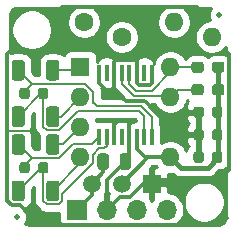
<source format=gtl>
G04 #@! TF.GenerationSoftware,KiCad,Pcbnew,(5.1.9-0-10_14)*
G04 #@! TF.CreationDate,2021-04-29T15:18:39+10:00*
G04 #@! TF.ProjectId,VR-Conditioner-MAX9926+reg,56522d43-6f6e-4646-9974-696f6e65722d,3.7*
G04 #@! TF.SameCoordinates,PX68c4118PY713e7a8*
G04 #@! TF.FileFunction,Copper,L1,Top*
G04 #@! TF.FilePolarity,Positive*
%FSLAX46Y46*%
G04 Gerber Fmt 4.6, Leading zero omitted, Abs format (unit mm)*
G04 Created by KiCad (PCBNEW (5.1.9-0-10_14)) date 2021-04-29 15:18:39*
%MOMM*%
%LPD*%
G01*
G04 APERTURE LIST*
G04 #@! TA.AperFunction,ComponentPad*
%ADD10O,1.700000X1.700000*%
G04 #@! TD*
G04 #@! TA.AperFunction,ComponentPad*
%ADD11R,1.700000X1.700000*%
G04 #@! TD*
G04 #@! TA.AperFunction,ComponentPad*
%ADD12R,1.500000X1.500000*%
G04 #@! TD*
G04 #@! TA.AperFunction,ComponentPad*
%ADD13C,1.500000*%
G04 #@! TD*
G04 #@! TA.AperFunction,ComponentPad*
%ADD14O,1.600000X1.600000*%
G04 #@! TD*
G04 #@! TA.AperFunction,ComponentPad*
%ADD15C,1.600000*%
G04 #@! TD*
G04 #@! TA.AperFunction,SMDPad,CuDef*
%ADD16R,0.354800X1.454899*%
G04 #@! TD*
G04 #@! TA.AperFunction,ComponentPad*
%ADD17R,1.600000X1.600000*%
G04 #@! TD*
G04 #@! TA.AperFunction,SMDPad,CuDef*
%ADD18C,0.500000*%
G04 #@! TD*
G04 #@! TA.AperFunction,ViaPad*
%ADD19C,0.600000*%
G04 #@! TD*
G04 #@! TA.AperFunction,Conductor*
%ADD20C,0.400000*%
G04 #@! TD*
G04 #@! TA.AperFunction,Conductor*
%ADD21C,0.300000*%
G04 #@! TD*
G04 #@! TA.AperFunction,Conductor*
%ADD22C,0.160000*%
G04 #@! TD*
G04 #@! TA.AperFunction,Conductor*
%ADD23C,0.200000*%
G04 #@! TD*
G04 #@! TA.AperFunction,Conductor*
%ADD24C,0.254000*%
G04 #@! TD*
G04 #@! TA.AperFunction,Conductor*
%ADD25C,0.100000*%
G04 #@! TD*
G04 APERTURE END LIST*
G04 #@! TO.P,C20,2*
G04 #@! TO.N,Net-(C20-Pad2)*
G04 #@! TA.AperFunction,SMDPad,CuDef*
G36*
G01*
X4920500Y8257250D02*
X4920500Y7744750D01*
G75*
G02*
X4701750Y7526000I-218750J0D01*
G01*
X4264250Y7526000D01*
G75*
G02*
X4045500Y7744750I0J218750D01*
G01*
X4045500Y8257250D01*
G75*
G02*
X4264250Y8476000I218750J0D01*
G01*
X4701750Y8476000D01*
G75*
G02*
X4920500Y8257250I0J-218750D01*
G01*
G37*
G04 #@! TD.AperFunction*
G04 #@! TO.P,C20,1*
G04 #@! TO.N,Net-(C20-Pad1)*
G04 #@! TA.AperFunction,SMDPad,CuDef*
G36*
G01*
X6495500Y8257250D02*
X6495500Y7744750D01*
G75*
G02*
X6276750Y7526000I-218750J0D01*
G01*
X5839250Y7526000D01*
G75*
G02*
X5620500Y7744750I0J218750D01*
G01*
X5620500Y8257250D01*
G75*
G02*
X5839250Y8476000I218750J0D01*
G01*
X6276750Y8476000D01*
G75*
G02*
X6495500Y8257250I0J-218750D01*
G01*
G37*
G04 #@! TD.AperFunction*
G04 #@! TD*
G04 #@! TO.P,C10,2*
G04 #@! TO.N,Net-(C10-Pad2)*
G04 #@! TA.AperFunction,SMDPad,CuDef*
G36*
G01*
X5620500Y14031250D02*
X5620500Y14543750D01*
G75*
G02*
X5839250Y14762500I218750J0D01*
G01*
X6276750Y14762500D01*
G75*
G02*
X6495500Y14543750I0J-218750D01*
G01*
X6495500Y14031250D01*
G75*
G02*
X6276750Y13812500I-218750J0D01*
G01*
X5839250Y13812500D01*
G75*
G02*
X5620500Y14031250I0J218750D01*
G01*
G37*
G04 #@! TD.AperFunction*
G04 #@! TO.P,C10,1*
G04 #@! TO.N,Net-(C10-Pad1)*
G04 #@! TA.AperFunction,SMDPad,CuDef*
G36*
G01*
X4045500Y14031250D02*
X4045500Y14543750D01*
G75*
G02*
X4264250Y14762500I218750J0D01*
G01*
X4701750Y14762500D01*
G75*
G02*
X4920500Y14543750I0J-218750D01*
G01*
X4920500Y14031250D01*
G75*
G02*
X4701750Y13812500I-218750J0D01*
G01*
X4264250Y13812500D01*
G75*
G02*
X4045500Y14031250I0J218750D01*
G01*
G37*
G04 #@! TD.AperFunction*
G04 #@! TD*
G04 #@! TO.P,C4,2*
G04 #@! TO.N,GND*
G04 #@! TA.AperFunction,SMDPad,CuDef*
G36*
G01*
X12515000Y8052750D02*
X12515000Y8965250D01*
G75*
G02*
X12758750Y9209000I243750J0D01*
G01*
X13246250Y9209000D01*
G75*
G02*
X13490000Y8965250I0J-243750D01*
G01*
X13490000Y8052750D01*
G75*
G02*
X13246250Y7809000I-243750J0D01*
G01*
X12758750Y7809000D01*
G75*
G02*
X12515000Y8052750I0J243750D01*
G01*
G37*
G04 #@! TD.AperFunction*
G04 #@! TO.P,C4,1*
G04 #@! TO.N,+12V*
G04 #@! TA.AperFunction,SMDPad,CuDef*
G36*
G01*
X10640000Y8052750D02*
X10640000Y8965250D01*
G75*
G02*
X10883750Y9209000I243750J0D01*
G01*
X11371250Y9209000D01*
G75*
G02*
X11615000Y8965250I0J-243750D01*
G01*
X11615000Y8052750D01*
G75*
G02*
X11371250Y7809000I-243750J0D01*
G01*
X10883750Y7809000D01*
G75*
G02*
X10640000Y8052750I0J243750D01*
G01*
G37*
G04 #@! TD.AperFunction*
G04 #@! TD*
G04 #@! TO.P,C3,2*
G04 #@! TO.N,GND*
G04 #@! TA.AperFunction,SMDPad,CuDef*
G36*
G01*
X19652500Y12956250D02*
X19652500Y12443750D01*
G75*
G02*
X19433750Y12225000I-218750J0D01*
G01*
X18996250Y12225000D01*
G75*
G02*
X18777500Y12443750I0J218750D01*
G01*
X18777500Y12956250D01*
G75*
G02*
X18996250Y13175000I218750J0D01*
G01*
X19433750Y13175000D01*
G75*
G02*
X19652500Y12956250I0J-218750D01*
G01*
G37*
G04 #@! TD.AperFunction*
G04 #@! TO.P,C3,1*
G04 #@! TO.N,VCC*
G04 #@! TA.AperFunction,SMDPad,CuDef*
G36*
G01*
X21227500Y12956250D02*
X21227500Y12443750D01*
G75*
G02*
X21008750Y12225000I-218750J0D01*
G01*
X20571250Y12225000D01*
G75*
G02*
X20352500Y12443750I0J218750D01*
G01*
X20352500Y12956250D01*
G75*
G02*
X20571250Y13175000I218750J0D01*
G01*
X21008750Y13175000D01*
G75*
G02*
X21227500Y12956250I0J-218750D01*
G01*
G37*
G04 #@! TD.AperFunction*
G04 #@! TD*
G04 #@! TO.P,C2,2*
G04 #@! TO.N,GND*
G04 #@! TA.AperFunction,SMDPad,CuDef*
G36*
G01*
X19652500Y11051250D02*
X19652500Y10538750D01*
G75*
G02*
X19433750Y10320000I-218750J0D01*
G01*
X18996250Y10320000D01*
G75*
G02*
X18777500Y10538750I0J218750D01*
G01*
X18777500Y11051250D01*
G75*
G02*
X18996250Y11270000I218750J0D01*
G01*
X19433750Y11270000D01*
G75*
G02*
X19652500Y11051250I0J-218750D01*
G01*
G37*
G04 #@! TD.AperFunction*
G04 #@! TO.P,C2,1*
G04 #@! TO.N,VCC*
G04 #@! TA.AperFunction,SMDPad,CuDef*
G36*
G01*
X21227500Y11051250D02*
X21227500Y10538750D01*
G75*
G02*
X21008750Y10320000I-218750J0D01*
G01*
X20571250Y10320000D01*
G75*
G02*
X20352500Y10538750I0J218750D01*
G01*
X20352500Y11051250D01*
G75*
G02*
X20571250Y11270000I218750J0D01*
G01*
X21008750Y11270000D01*
G75*
G02*
X21227500Y11051250I0J-218750D01*
G01*
G37*
G04 #@! TD.AperFunction*
G04 #@! TD*
G04 #@! TO.P,C1,2*
G04 #@! TO.N,GND*
G04 #@! TA.AperFunction,SMDPad,CuDef*
G36*
G01*
X19652500Y9146250D02*
X19652500Y8633750D01*
G75*
G02*
X19433750Y8415000I-218750J0D01*
G01*
X18996250Y8415000D01*
G75*
G02*
X18777500Y8633750I0J218750D01*
G01*
X18777500Y9146250D01*
G75*
G02*
X18996250Y9365000I218750J0D01*
G01*
X19433750Y9365000D01*
G75*
G02*
X19652500Y9146250I0J-218750D01*
G01*
G37*
G04 #@! TD.AperFunction*
G04 #@! TO.P,C1,1*
G04 #@! TO.N,VCC*
G04 #@! TA.AperFunction,SMDPad,CuDef*
G36*
G01*
X21227500Y9146250D02*
X21227500Y8633750D01*
G75*
G02*
X21008750Y8415000I-218750J0D01*
G01*
X20571250Y8415000D01*
G75*
G02*
X20352500Y8633750I0J218750D01*
G01*
X20352500Y9146250D01*
G75*
G02*
X20571250Y9365000I218750J0D01*
G01*
X21008750Y9365000D01*
G75*
G02*
X21227500Y9146250I0J-218750D01*
G01*
G37*
G04 #@! TD.AperFunction*
G04 #@! TD*
D10*
G04 #@! TO.P,J2,4*
G04 #@! TO.N,/COUT1*
X16510000Y4445000D03*
G04 #@! TO.P,J2,3*
G04 #@! TO.N,/COUT2*
X13970000Y4445000D03*
G04 #@! TO.P,J2,2*
G04 #@! TO.N,GND*
X11430000Y4445000D03*
D11*
G04 #@! TO.P,J2,1*
G04 #@! TO.N,+12V*
X8890000Y4445000D03*
G04 #@! TD*
D12*
G04 #@! TO.P,U2,1*
G04 #@! TO.N,GND*
X15240000Y6650000D03*
D13*
G04 #@! TO.P,U2,3*
G04 #@! TO.N,+12V*
X10160000Y6650000D03*
G04 #@! TO.P,U2,2*
G04 #@! TO.N,VCC*
X12700000Y6650000D03*
G04 #@! TD*
D14*
G04 #@! TO.P,R23,2*
G04 #@! TO.N,Net-(J1-Pad4)*
X20320000Y19050000D03*
D15*
G04 #@! TO.P,R23,1*
G04 #@! TO.N,Net-(J1-Pad3)*
X12700000Y19050000D03*
G04 #@! TD*
D14*
G04 #@! TO.P,R13,2*
G04 #@! TO.N,Net-(J1-Pad2)*
X17145000Y20320000D03*
D15*
G04 #@! TO.P,R13,1*
G04 #@! TO.N,Net-(J1-Pad1)*
X9525000Y20320000D03*
G04 #@! TD*
D16*
G04 #@! TO.P,U1,16*
G04 #@! TO.N,Net-(C10-Pad1)*
X15240000Y10613652D03*
G04 #@! TO.P,U1,15*
G04 #@! TO.N,Net-(C10-Pad2)*
X14605000Y10613652D03*
G04 #@! TO.P,U1,14*
G04 #@! TO.N,VCC*
X13970000Y10613652D03*
G04 #@! TO.P,U1,13*
G04 #@! TO.N,GND*
X13335000Y10613652D03*
G04 #@! TO.P,U1,12*
G04 #@! TO.N,Net-(U1-Pad12)*
X12700000Y10613652D03*
G04 #@! TO.P,U1,11*
G04 #@! TO.N,GND*
X12065000Y10613652D03*
G04 #@! TO.P,U1,10*
G04 #@! TO.N,Net-(C20-Pad1)*
X11430000Y10613652D03*
G04 #@! TO.P,U1,9*
G04 #@! TO.N,Net-(C20-Pad2)*
X10795000Y10613652D03*
G04 #@! TO.P,U1,8*
G04 #@! TO.N,GND*
X10795000Y16056348D03*
G04 #@! TO.P,U1,7*
G04 #@! TO.N,Net-(U1-Pad7)*
X11430000Y16056348D03*
G04 #@! TO.P,U1,6*
G04 #@! TO.N,GND*
X12065000Y16056348D03*
G04 #@! TO.P,U1,5*
G04 #@! TO.N,/COUT2*
X12700000Y16056348D03*
G04 #@! TO.P,U1,4*
G04 #@! TO.N,/COUT1*
X13335000Y16056348D03*
G04 #@! TO.P,U1,3*
G04 #@! TO.N,GND*
X13970000Y16056348D03*
G04 #@! TO.P,U1,2*
G04 #@! TO.N,Net-(U1-Pad2)*
X14605000Y16056348D03*
G04 #@! TO.P,U1,1*
G04 #@! TO.N,GND*
X15240000Y16056348D03*
G04 #@! TD*
G04 #@! TO.P,R20,2*
G04 #@! TO.N,/COUT2*
G04 #@! TA.AperFunction,SMDPad,CuDef*
G36*
G01*
X19652500Y14842500D02*
X19652500Y14367500D01*
G75*
G02*
X19415000Y14130000I-237500J0D01*
G01*
X18840000Y14130000D01*
G75*
G02*
X18602500Y14367500I0J237500D01*
G01*
X18602500Y14842500D01*
G75*
G02*
X18840000Y15080000I237500J0D01*
G01*
X19415000Y15080000D01*
G75*
G02*
X19652500Y14842500I0J-237500D01*
G01*
G37*
G04 #@! TD.AperFunction*
G04 #@! TO.P,R20,1*
G04 #@! TO.N,VCC*
G04 #@! TA.AperFunction,SMDPad,CuDef*
G36*
G01*
X21402500Y14842500D02*
X21402500Y14367500D01*
G75*
G02*
X21165000Y14130000I-237500J0D01*
G01*
X20590000Y14130000D01*
G75*
G02*
X20352500Y14367500I0J237500D01*
G01*
X20352500Y14842500D01*
G75*
G02*
X20590000Y15080000I237500J0D01*
G01*
X21165000Y15080000D01*
G75*
G02*
X21402500Y14842500I0J-237500D01*
G01*
G37*
G04 #@! TD.AperFunction*
G04 #@! TD*
G04 #@! TO.P,R10,2*
G04 #@! TO.N,/COUT1*
G04 #@! TA.AperFunction,SMDPad,CuDef*
G36*
G01*
X19652500Y16747500D02*
X19652500Y16272500D01*
G75*
G02*
X19415000Y16035000I-237500J0D01*
G01*
X18840000Y16035000D01*
G75*
G02*
X18602500Y16272500I0J237500D01*
G01*
X18602500Y16747500D01*
G75*
G02*
X18840000Y16985000I237500J0D01*
G01*
X19415000Y16985000D01*
G75*
G02*
X19652500Y16747500I0J-237500D01*
G01*
G37*
G04 #@! TD.AperFunction*
G04 #@! TO.P,R10,1*
G04 #@! TO.N,VCC*
G04 #@! TA.AperFunction,SMDPad,CuDef*
G36*
G01*
X21402500Y16747500D02*
X21402500Y16272500D01*
G75*
G02*
X21165000Y16035000I-237500J0D01*
G01*
X20590000Y16035000D01*
G75*
G02*
X20352500Y16272500I0J237500D01*
G01*
X20352500Y16747500D01*
G75*
G02*
X20590000Y16985000I237500J0D01*
G01*
X21165000Y16985000D01*
G75*
G02*
X21402500Y16747500I0J-237500D01*
G01*
G37*
G04 #@! TD.AperFunction*
G04 #@! TD*
D14*
G04 #@! TO.P,J1,8*
G04 #@! TO.N,/COUT1*
X16827500Y16510000D03*
G04 #@! TO.P,J1,4*
G04 #@! TO.N,Net-(J1-Pad4)*
X9207500Y8890000D03*
G04 #@! TO.P,J1,7*
G04 #@! TO.N,/COUT2*
X16827500Y13970000D03*
G04 #@! TO.P,J1,3*
G04 #@! TO.N,Net-(J1-Pad3)*
X9207500Y11430000D03*
G04 #@! TO.P,J1,6*
G04 #@! TO.N,GND*
X16827500Y11430000D03*
G04 #@! TO.P,J1,2*
G04 #@! TO.N,Net-(J1-Pad2)*
X9207500Y13970000D03*
G04 #@! TO.P,J1,5*
G04 #@! TO.N,VCC*
X16827500Y8890000D03*
D17*
G04 #@! TO.P,J1,1*
G04 #@! TO.N,Net-(J1-Pad1)*
X9207500Y16510000D03*
G04 #@! TD*
D18*
G04 #@! TO.P,FID2,*
G04 #@! TO.N,*
X20955000Y20955000D03*
G04 #@! TD*
G04 #@! TO.P,FID1,*
G04 #@! TO.N,*
X3810000Y3810000D03*
G04 #@! TD*
G04 #@! TO.P,R1,2*
G04 #@! TO.N,Net-(J1-Pad2)*
G04 #@! TA.AperFunction,SMDPad,CuDef*
G36*
G01*
X6297500Y11693999D02*
X6297500Y12944001D01*
G75*
G02*
X6547499Y13194000I249999J0D01*
G01*
X7172501Y13194000D01*
G75*
G02*
X7422500Y12944001I0J-249999D01*
G01*
X7422500Y11693999D01*
G75*
G02*
X7172501Y11444000I-249999J0D01*
G01*
X6547499Y11444000D01*
G75*
G02*
X6297500Y11693999I0J249999D01*
G01*
G37*
G04 #@! TD.AperFunction*
G04 #@! TO.P,R1,1*
G04 #@! TO.N,Net-(C10-Pad2)*
G04 #@! TA.AperFunction,SMDPad,CuDef*
G36*
G01*
X3372500Y11693999D02*
X3372500Y12944001D01*
G75*
G02*
X3622499Y13194000I249999J0D01*
G01*
X4247501Y13194000D01*
G75*
G02*
X4497500Y12944001I0J-249999D01*
G01*
X4497500Y11693999D01*
G75*
G02*
X4247501Y11444000I-249999J0D01*
G01*
X3622499Y11444000D01*
G75*
G02*
X3372500Y11693999I0J249999D01*
G01*
G37*
G04 #@! TD.AperFunction*
G04 #@! TD*
G04 #@! TO.P,R2,1*
G04 #@! TO.N,Net-(C20-Pad1)*
G04 #@! TA.AperFunction,SMDPad,CuDef*
G36*
G01*
X3372500Y5407499D02*
X3372500Y6657501D01*
G75*
G02*
X3622499Y6907500I249999J0D01*
G01*
X4247501Y6907500D01*
G75*
G02*
X4497500Y6657501I0J-249999D01*
G01*
X4497500Y5407499D01*
G75*
G02*
X4247501Y5157500I-249999J0D01*
G01*
X3622499Y5157500D01*
G75*
G02*
X3372500Y5407499I0J249999D01*
G01*
G37*
G04 #@! TD.AperFunction*
G04 #@! TO.P,R2,2*
G04 #@! TO.N,Net-(J1-Pad4)*
G04 #@! TA.AperFunction,SMDPad,CuDef*
G36*
G01*
X6297500Y5407499D02*
X6297500Y6657501D01*
G75*
G02*
X6547499Y6907500I249999J0D01*
G01*
X7172501Y6907500D01*
G75*
G02*
X7422500Y6657501I0J-249999D01*
G01*
X7422500Y5407499D01*
G75*
G02*
X7172501Y5157500I-249999J0D01*
G01*
X6547499Y5157500D01*
G75*
G02*
X6297500Y5407499I0J249999D01*
G01*
G37*
G04 #@! TD.AperFunction*
G04 #@! TD*
G04 #@! TO.P,R3,2*
G04 #@! TO.N,Net-(J1-Pad3)*
G04 #@! TA.AperFunction,SMDPad,CuDef*
G36*
G01*
X6297500Y9344499D02*
X6297500Y10594501D01*
G75*
G02*
X6547499Y10844500I249999J0D01*
G01*
X7172501Y10844500D01*
G75*
G02*
X7422500Y10594501I0J-249999D01*
G01*
X7422500Y9344499D01*
G75*
G02*
X7172501Y9094500I-249999J0D01*
G01*
X6547499Y9094500D01*
G75*
G02*
X6297500Y9344499I0J249999D01*
G01*
G37*
G04 #@! TD.AperFunction*
G04 #@! TO.P,R3,1*
G04 #@! TO.N,Net-(C20-Pad2)*
G04 #@! TA.AperFunction,SMDPad,CuDef*
G36*
G01*
X3372500Y9344499D02*
X3372500Y10594501D01*
G75*
G02*
X3622499Y10844500I249999J0D01*
G01*
X4247501Y10844500D01*
G75*
G02*
X4497500Y10594501I0J-249999D01*
G01*
X4497500Y9344499D01*
G75*
G02*
X4247501Y9094500I-249999J0D01*
G01*
X3622499Y9094500D01*
G75*
G02*
X3372500Y9344499I0J249999D01*
G01*
G37*
G04 #@! TD.AperFunction*
G04 #@! TD*
G04 #@! TO.P,R12,1*
G04 #@! TO.N,Net-(C10-Pad1)*
G04 #@! TA.AperFunction,SMDPad,CuDef*
G36*
G01*
X3372500Y15630999D02*
X3372500Y16881001D01*
G75*
G02*
X3622499Y17131000I249999J0D01*
G01*
X4247501Y17131000D01*
G75*
G02*
X4497500Y16881001I0J-249999D01*
G01*
X4497500Y15630999D01*
G75*
G02*
X4247501Y15381000I-249999J0D01*
G01*
X3622499Y15381000D01*
G75*
G02*
X3372500Y15630999I0J249999D01*
G01*
G37*
G04 #@! TD.AperFunction*
G04 #@! TO.P,R12,2*
G04 #@! TO.N,Net-(J1-Pad1)*
G04 #@! TA.AperFunction,SMDPad,CuDef*
G36*
G01*
X6297500Y15630999D02*
X6297500Y16881001D01*
G75*
G02*
X6547499Y17131000I249999J0D01*
G01*
X7172501Y17131000D01*
G75*
G02*
X7422500Y16881001I0J-249999D01*
G01*
X7422500Y15630999D01*
G75*
G02*
X7172501Y15381000I-249999J0D01*
G01*
X6547499Y15381000D01*
G75*
G02*
X6297500Y15630999I0J249999D01*
G01*
G37*
G04 #@! TD.AperFunction*
G04 #@! TD*
D19*
G04 #@! TO.N,GND*
X13652500Y11972990D03*
X19685000Y6985000D03*
X6985000Y19685000D03*
X7089999Y3914999D03*
X18415000Y19050000D03*
X5169010Y11138010D03*
G04 #@! TD*
D20*
G04 #@! TO.N,GND*
X19127500Y10795000D02*
X19127500Y12700000D01*
X19127500Y10795000D02*
X19127500Y8890000D01*
D21*
X12065000Y15156496D02*
X12065000Y16056348D01*
X15062401Y14978897D02*
X15240000Y15156496D01*
X14147599Y14978897D02*
X15062401Y14978897D01*
X15240000Y15156496D02*
X15240000Y16056348D01*
X13970000Y15156496D02*
X14147599Y14978897D01*
X13970000Y16056348D02*
X13970000Y15156496D01*
X12065000Y16956199D02*
X12242599Y17133798D01*
X13792401Y17133798D02*
X13970000Y16956199D01*
X12065000Y16056348D02*
X12065000Y16956199D01*
X13970000Y16956199D02*
X13970000Y16056348D01*
X12242599Y17133798D02*
X13792401Y17133798D01*
X13335000Y11641101D02*
X13335000Y10613652D01*
X17462500Y10795000D02*
X16827500Y11430000D01*
X19127500Y10795000D02*
X17462500Y10795000D01*
X13335000Y10613652D02*
X13335000Y11655490D01*
X13335000Y11655490D02*
X13652500Y11972990D01*
X12065000Y15156496D02*
X12065000Y15127489D01*
X13362497Y5549999D02*
X14462498Y6650000D01*
X12534999Y5549999D02*
X13362497Y5549999D01*
X11430000Y4445000D02*
X12534999Y5549999D01*
X19685000Y6985000D02*
X19685000Y6985000D01*
X13335000Y8841500D02*
X13002500Y8509000D01*
X13335000Y10613652D02*
X13335000Y8841500D01*
X11430000Y6936500D02*
X11430000Y4445000D01*
X13002500Y8509000D02*
X11430000Y6936500D01*
X12065000Y14605000D02*
X12065000Y14605000D01*
X12065000Y15156496D02*
X12065000Y14605000D01*
X11346496Y14605000D02*
X10795000Y15156496D01*
X10795000Y15156496D02*
X10795000Y16056348D01*
X12065000Y14605000D02*
X11346496Y14605000D01*
X6985000Y18415000D02*
X6985000Y19685000D01*
X6350000Y17780000D02*
X6985000Y18415000D01*
X3175000Y17780000D02*
X6350000Y17780000D01*
X3022490Y17627490D02*
X3175000Y17780000D01*
X6985000Y19685000D02*
X6985000Y20955000D01*
X6985000Y20955000D02*
X7620000Y21590000D01*
X7620000Y21590000D02*
X19050000Y21590000D01*
X19050000Y21590000D02*
X19685000Y20955000D01*
X21752510Y17617490D02*
X21752510Y7782510D01*
X20955000Y6985000D02*
X19685000Y6985000D01*
X21752510Y7782510D02*
X20955000Y6985000D01*
X21590000Y17780000D02*
X21752510Y17617490D01*
X3022490Y11138010D02*
X3022490Y17627490D01*
D22*
X4343510Y11138010D02*
X5169010Y11138010D01*
X4453540Y11138010D02*
X4343510Y11138010D01*
X4343510Y11138010D02*
X3022490Y11138010D01*
X5169010Y11138010D02*
X5169010Y11138010D01*
D21*
X13032979Y13637021D02*
X14620479Y13637021D01*
X14620479Y13637021D02*
X14732000Y13525500D01*
X12065000Y14605000D02*
X13032979Y13637021D01*
X14732000Y13525500D02*
X16827500Y11430000D01*
X21018500Y3175000D02*
X21590000Y3746500D01*
X4730750Y3333750D02*
X4889500Y3175000D01*
X4082510Y4807490D02*
X4730750Y4159250D01*
X4889500Y3175000D02*
X21018500Y3175000D01*
X3373964Y4807490D02*
X4082510Y4807490D01*
X3022490Y5158964D02*
X3373964Y4807490D01*
X4730750Y4159250D02*
X4730750Y3333750D01*
X3022490Y11138010D02*
X3022490Y5158964D01*
X12065000Y11641101D02*
X12396889Y11972990D01*
X12396889Y11972990D02*
X12792010Y11972990D01*
X12792010Y11972990D02*
X12607990Y11972990D01*
X12065000Y10613652D02*
X12065000Y11641101D01*
X13652500Y11972990D02*
X12792010Y11972990D01*
X15575000Y6985000D02*
X15240000Y6650000D01*
X19685000Y6985000D02*
X15575000Y6985000D01*
X15240000Y6650000D02*
X14462498Y6650000D01*
D23*
G04 #@! TO.N,VCC*
X20877500Y12700000D02*
X20877500Y12545000D01*
D20*
X20877500Y16510000D02*
X20877500Y14605000D01*
X20877500Y14605000D02*
X20877500Y12700000D01*
X20877500Y12700000D02*
X20877500Y10795000D01*
X20877500Y10795000D02*
X20877500Y8890000D01*
D23*
X16827500Y8890000D02*
X17227510Y8489990D01*
D20*
X20877500Y8890000D02*
X20002490Y8014990D01*
D21*
X16321498Y8890000D02*
X16827500Y8890000D01*
X15257500Y8890000D02*
X16827500Y8890000D01*
D20*
X17702510Y8014990D02*
X16827500Y8890000D01*
X20002490Y8014990D02*
X17702510Y8014990D01*
D21*
X14940000Y8890000D02*
X15240000Y8890000D01*
X12700000Y6650000D02*
X14940000Y8890000D01*
X15240000Y8890000D02*
X16827500Y8890000D01*
X14666203Y8890000D02*
X14940000Y8890000D01*
X13970000Y9586203D02*
X14666203Y8890000D01*
X13970000Y10613652D02*
X13970000Y9586203D01*
D23*
G04 #@! TO.N,Net-(C10-Pad2)*
X14605000Y10613652D02*
X14605000Y12382500D01*
X14605000Y12382500D02*
X14160500Y12827000D01*
X5903500Y14287500D02*
X3935000Y12319000D01*
X6058000Y14287500D02*
X5903500Y14287500D01*
X14160500Y12827000D02*
X10033000Y12827000D01*
X10033000Y12827000D02*
X9017000Y12827000D01*
X7383756Y11183990D02*
X9026766Y12827000D01*
X6037490Y11482744D02*
X6336244Y11183990D01*
X9026766Y12827000D02*
X10033000Y12827000D01*
X6336244Y11183990D02*
X7383756Y11183990D01*
X6037490Y13155256D02*
X6037490Y11482744D01*
X6058000Y13175766D02*
X6037490Y13155256D01*
X6058000Y14287500D02*
X6058000Y13175766D01*
G04 #@! TO.N,Net-(C10-Pad1)*
X4483000Y15708000D02*
X3935000Y16256000D01*
X3935000Y16256000D02*
X5070010Y15120990D01*
X4483000Y14533980D02*
X5070010Y15120990D01*
X4483000Y14287500D02*
X4483000Y14533980D01*
X14309621Y13187011D02*
X15240000Y12256632D01*
X10307989Y13482989D02*
X10351033Y13482989D01*
X10307989Y14438313D02*
X10307989Y13482989D01*
X15240000Y12256632D02*
X15240000Y10613652D01*
X9625312Y15120990D02*
X10307989Y14438313D01*
X10647011Y13187011D02*
X14309621Y13187011D01*
X10351033Y13482989D02*
X10647011Y13187011D01*
X5070010Y15120990D02*
X9625312Y15120990D01*
G04 #@! TO.N,Net-(C20-Pad2)*
X10795000Y10613652D02*
X10214348Y10033000D01*
X4292500Y9612000D02*
X3935000Y9969500D01*
X10214348Y10033000D02*
X8582266Y10033000D01*
X7383756Y8834490D02*
X7529633Y8980367D01*
X5070010Y8834490D02*
X7383756Y8834490D01*
X4729750Y9174750D02*
X5070010Y8834490D01*
X3935000Y9969500D02*
X4729750Y9174750D01*
X8582266Y10033000D02*
X7529633Y8980367D01*
X4483000Y8247480D02*
X5070010Y8834490D01*
X4483000Y8001000D02*
X4483000Y8247480D01*
G04 #@! TO.N,Net-(C20-Pad1)*
X5903500Y8001000D02*
X3935000Y6032500D01*
X6058000Y8001000D02*
X5903500Y8001000D01*
X7383756Y4897490D02*
X7682510Y5196244D01*
X10775707Y9626201D02*
X11180401Y9626201D01*
X11430000Y9875800D02*
X11430000Y10613652D01*
X10267501Y9117995D02*
X10775707Y9626201D01*
X6058000Y8001000D02*
X6058000Y6889266D01*
X7682510Y5196244D02*
X7682510Y5777510D01*
X6336244Y4897490D02*
X7383756Y4897490D01*
X6037490Y5196244D02*
X6336244Y4897490D01*
X10267501Y8362501D02*
X10267501Y9117995D01*
X11180401Y9626201D02*
X11430000Y9875800D01*
X6037490Y6868756D02*
X6037490Y5196244D01*
X6058000Y6889266D02*
X6037490Y6868756D01*
X7682510Y5777510D02*
X10267501Y8362501D01*
G04 #@! TO.N,Net-(J1-Pad4)*
X9207500Y8380000D02*
X9207500Y8890000D01*
X6860000Y6032500D02*
X9207500Y8380000D01*
D22*
G04 #@! TO.N,Net-(J1-Pad3)*
X7747000Y9969500D02*
X9207500Y11430000D01*
X6860000Y9969500D02*
X7747000Y9969500D01*
D23*
G04 #@! TO.N,Net-(J1-Pad2)*
X7556500Y12319000D02*
X9207500Y13970000D01*
X6860000Y12319000D02*
X7556500Y12319000D01*
G04 #@! TO.N,Net-(J1-Pad1)*
X8953500Y16256000D02*
X9207500Y16510000D01*
X6860000Y16256000D02*
X8953500Y16256000D01*
D22*
G04 #@! TO.N,/COUT1*
X16827500Y16234996D02*
X16827500Y16510000D01*
D23*
X13935012Y14528887D02*
X15248802Y14528888D01*
X15248802Y14528888D02*
X16827500Y16107586D01*
X13335000Y15128899D02*
X13935012Y14528887D01*
X16827500Y16107586D02*
X16827500Y16510000D01*
X13335000Y16056348D02*
X13335000Y15128899D01*
X19127500Y16510000D02*
X16827500Y16510000D01*
G04 #@! TO.N,/COUT2*
X17462500Y14605000D02*
X16827500Y13970000D01*
X19127500Y14605000D02*
X17462500Y14605000D01*
X12700000Y15128899D02*
X13741866Y14087033D01*
X16710467Y14087033D02*
X16827500Y13970000D01*
X12700000Y16056348D02*
X12700000Y15128899D01*
X13741866Y14087033D02*
X16710467Y14087033D01*
D21*
G04 #@! TO.N,+12V*
X10160000Y5715000D02*
X8890000Y4445000D01*
X10160000Y6650000D02*
X10160000Y5715000D01*
X11127500Y7617500D02*
X10160000Y6650000D01*
X11127500Y8509000D02*
X11127500Y7617500D01*
G04 #@! TD*
D24*
G04 #@! TO.N,GND*
X5302491Y5232359D02*
X5298934Y5196244D01*
X5313125Y5052159D01*
X5355002Y4914113D01*
X5355154Y4913611D01*
X5423404Y4785924D01*
X5515253Y4674006D01*
X5543298Y4650990D01*
X5790985Y4403303D01*
X5814006Y4375252D01*
X5925924Y4283403D01*
X6053611Y4215153D01*
X6192159Y4173125D01*
X6336244Y4158934D01*
X6372349Y4162490D01*
X7347651Y4162490D01*
X7383756Y4158934D01*
X7401928Y4160724D01*
X7401928Y3595000D01*
X7414188Y3470518D01*
X7450498Y3350820D01*
X7504388Y3250000D01*
X4500200Y3250000D01*
X4594277Y3390795D01*
X4660990Y3551855D01*
X4695000Y3722835D01*
X4695000Y3897165D01*
X4660990Y4068145D01*
X4594277Y4229205D01*
X4497424Y4374155D01*
X4374155Y4497424D01*
X4329184Y4527473D01*
X4420755Y4536492D01*
X4587351Y4587028D01*
X4740887Y4669095D01*
X4875462Y4779538D01*
X4985905Y4914113D01*
X5067972Y5067649D01*
X5118508Y5234245D01*
X5135572Y5407499D01*
X5135572Y6193626D01*
X5302490Y6360544D01*
X5302491Y5232359D01*
G04 #@! TA.AperFunction,Conductor*
D25*
G36*
X5302491Y5232359D02*
G01*
X5298934Y5196244D01*
X5313125Y5052159D01*
X5355002Y4914113D01*
X5355154Y4913611D01*
X5423404Y4785924D01*
X5515253Y4674006D01*
X5543298Y4650990D01*
X5790985Y4403303D01*
X5814006Y4375252D01*
X5925924Y4283403D01*
X6053611Y4215153D01*
X6192159Y4173125D01*
X6336244Y4158934D01*
X6372349Y4162490D01*
X7347651Y4162490D01*
X7383756Y4158934D01*
X7401928Y4160724D01*
X7401928Y3595000D01*
X7414188Y3470518D01*
X7450498Y3350820D01*
X7504388Y3250000D01*
X4500200Y3250000D01*
X4594277Y3390795D01*
X4660990Y3551855D01*
X4695000Y3722835D01*
X4695000Y3897165D01*
X4660990Y4068145D01*
X4594277Y4229205D01*
X4497424Y4374155D01*
X4374155Y4497424D01*
X4329184Y4527473D01*
X4420755Y4536492D01*
X4587351Y4587028D01*
X4740887Y4669095D01*
X4875462Y4779538D01*
X4985905Y4914113D01*
X5067972Y5067649D01*
X5118508Y5234245D01*
X5135572Y5407499D01*
X5135572Y6193626D01*
X5302490Y6360544D01*
X5302491Y5232359D01*
G37*
G04 #@! TD.AperFunction*
D24*
X15672286Y8035970D02*
X15525750Y8035000D01*
X15367000Y7876250D01*
X15367000Y6777000D01*
X16466250Y6777000D01*
X16625000Y6935750D01*
X16628072Y7400000D01*
X16621386Y7467885D01*
X16686165Y7455000D01*
X16968835Y7455000D01*
X17062918Y7473714D01*
X17083068Y7453564D01*
X17109219Y7421699D01*
X17187062Y7357815D01*
X17236364Y7317354D01*
X17381423Y7239818D01*
X17538821Y7192072D01*
X17702509Y7175950D01*
X17743528Y7179990D01*
X19961472Y7179990D01*
X20002490Y7175950D01*
X20043508Y7179990D01*
X20043509Y7179990D01*
X20166179Y7192072D01*
X20323577Y7239818D01*
X20468636Y7317354D01*
X20595781Y7421699D01*
X20621936Y7453569D01*
X20945295Y7776928D01*
X21008750Y7776928D01*
X21175908Y7793392D01*
X21336642Y7842150D01*
X21484775Y7921329D01*
X21515001Y7946134D01*
X21515001Y3844730D01*
X21500995Y3701891D01*
X21469599Y3597901D01*
X21418601Y3501987D01*
X21349941Y3417801D01*
X21266243Y3348561D01*
X21170689Y3296895D01*
X21066922Y3264773D01*
X20926359Y3250000D01*
X17394485Y3250000D01*
X17456632Y3291525D01*
X17663475Y3498368D01*
X17825990Y3741589D01*
X17937932Y4011842D01*
X17995000Y4298740D01*
X17995000Y4591260D01*
X17937932Y4878158D01*
X17825990Y5148411D01*
X17757521Y5250883D01*
X17950000Y5250883D01*
X17950000Y4909117D01*
X18016675Y4573919D01*
X18147463Y4258169D01*
X18337337Y3974002D01*
X18579002Y3732337D01*
X18863169Y3542463D01*
X19178919Y3411675D01*
X19514117Y3345000D01*
X19855883Y3345000D01*
X20191081Y3411675D01*
X20506831Y3542463D01*
X20790998Y3732337D01*
X21032663Y3974002D01*
X21222537Y4258169D01*
X21353325Y4573919D01*
X21420000Y4909117D01*
X21420000Y5250883D01*
X21353325Y5586081D01*
X21222537Y5901831D01*
X21032663Y6185998D01*
X20790998Y6427663D01*
X20506831Y6617537D01*
X20191081Y6748325D01*
X19855883Y6815000D01*
X19514117Y6815000D01*
X19178919Y6748325D01*
X18863169Y6617537D01*
X18579002Y6427663D01*
X18337337Y6185998D01*
X18147463Y5901831D01*
X18016675Y5586081D01*
X17950000Y5250883D01*
X17757521Y5250883D01*
X17663475Y5391632D01*
X17456632Y5598475D01*
X17213411Y5760990D01*
X16943158Y5872932D01*
X16656260Y5930000D01*
X16627873Y5930000D01*
X16625000Y6364250D01*
X16466250Y6523000D01*
X15367000Y6523000D01*
X15367000Y5423750D01*
X15377822Y5412928D01*
X15356525Y5391632D01*
X15240000Y5217240D01*
X15123475Y5391632D01*
X15102179Y5412928D01*
X15113000Y5423750D01*
X15113000Y6523000D01*
X15093000Y6523000D01*
X15093000Y6777000D01*
X15113000Y6777000D01*
X15113000Y7876250D01*
X15074704Y7914546D01*
X15265158Y8105000D01*
X15626161Y8105000D01*
X15672286Y8035970D01*
G04 #@! TA.AperFunction,Conductor*
D25*
G36*
X15672286Y8035970D02*
G01*
X15525750Y8035000D01*
X15367000Y7876250D01*
X15367000Y6777000D01*
X16466250Y6777000D01*
X16625000Y6935750D01*
X16628072Y7400000D01*
X16621386Y7467885D01*
X16686165Y7455000D01*
X16968835Y7455000D01*
X17062918Y7473714D01*
X17083068Y7453564D01*
X17109219Y7421699D01*
X17187062Y7357815D01*
X17236364Y7317354D01*
X17381423Y7239818D01*
X17538821Y7192072D01*
X17702509Y7175950D01*
X17743528Y7179990D01*
X19961472Y7179990D01*
X20002490Y7175950D01*
X20043508Y7179990D01*
X20043509Y7179990D01*
X20166179Y7192072D01*
X20323577Y7239818D01*
X20468636Y7317354D01*
X20595781Y7421699D01*
X20621936Y7453569D01*
X20945295Y7776928D01*
X21008750Y7776928D01*
X21175908Y7793392D01*
X21336642Y7842150D01*
X21484775Y7921329D01*
X21515001Y7946134D01*
X21515001Y3844730D01*
X21500995Y3701891D01*
X21469599Y3597901D01*
X21418601Y3501987D01*
X21349941Y3417801D01*
X21266243Y3348561D01*
X21170689Y3296895D01*
X21066922Y3264773D01*
X20926359Y3250000D01*
X17394485Y3250000D01*
X17456632Y3291525D01*
X17663475Y3498368D01*
X17825990Y3741589D01*
X17937932Y4011842D01*
X17995000Y4298740D01*
X17995000Y4591260D01*
X17937932Y4878158D01*
X17825990Y5148411D01*
X17757521Y5250883D01*
X17950000Y5250883D01*
X17950000Y4909117D01*
X18016675Y4573919D01*
X18147463Y4258169D01*
X18337337Y3974002D01*
X18579002Y3732337D01*
X18863169Y3542463D01*
X19178919Y3411675D01*
X19514117Y3345000D01*
X19855883Y3345000D01*
X20191081Y3411675D01*
X20506831Y3542463D01*
X20790998Y3732337D01*
X21032663Y3974002D01*
X21222537Y4258169D01*
X21353325Y4573919D01*
X21420000Y4909117D01*
X21420000Y5250883D01*
X21353325Y5586081D01*
X21222537Y5901831D01*
X21032663Y6185998D01*
X20790998Y6427663D01*
X20506831Y6617537D01*
X20191081Y6748325D01*
X19855883Y6815000D01*
X19514117Y6815000D01*
X19178919Y6748325D01*
X18863169Y6617537D01*
X18579002Y6427663D01*
X18337337Y6185998D01*
X18147463Y5901831D01*
X18016675Y5586081D01*
X17950000Y5250883D01*
X17757521Y5250883D01*
X17663475Y5391632D01*
X17456632Y5598475D01*
X17213411Y5760990D01*
X16943158Y5872932D01*
X16656260Y5930000D01*
X16627873Y5930000D01*
X16625000Y6364250D01*
X16466250Y6523000D01*
X15367000Y6523000D01*
X15367000Y5423750D01*
X15377822Y5412928D01*
X15356525Y5391632D01*
X15240000Y5217240D01*
X15123475Y5391632D01*
X15102179Y5412928D01*
X15113000Y5423750D01*
X15113000Y6523000D01*
X15093000Y6523000D01*
X15093000Y6777000D01*
X15113000Y6777000D01*
X15113000Y7876250D01*
X15074704Y7914546D01*
X15265158Y8105000D01*
X15626161Y8105000D01*
X15672286Y8035970D01*
G37*
G04 #@! TD.AperFunction*
D24*
X11472629Y5993957D02*
X11607650Y5791885D01*
X11557000Y5765155D01*
X11557000Y4572000D01*
X11577000Y4572000D01*
X11577000Y4318000D01*
X11557000Y4318000D01*
X11557000Y4298000D01*
X11303000Y4298000D01*
X11303000Y4318000D01*
X11283000Y4318000D01*
X11283000Y4572000D01*
X11303000Y4572000D01*
X11303000Y5765155D01*
X11252350Y5791885D01*
X11387371Y5993957D01*
X11430000Y6096873D01*
X11472629Y5993957D01*
G04 #@! TA.AperFunction,Conductor*
D25*
G36*
X11472629Y5993957D02*
G01*
X11607650Y5791885D01*
X11557000Y5765155D01*
X11557000Y4572000D01*
X11577000Y4572000D01*
X11577000Y4318000D01*
X11557000Y4318000D01*
X11557000Y4298000D01*
X11303000Y4298000D01*
X11303000Y4318000D01*
X11283000Y4318000D01*
X11283000Y4572000D01*
X11303000Y4572000D01*
X11303000Y5765155D01*
X11252350Y5791885D01*
X11387371Y5993957D01*
X11430000Y6096873D01*
X11472629Y5993957D01*
G37*
G04 #@! TD.AperFunction*
D24*
X13129500Y8636000D02*
X13149500Y8636000D01*
X13149500Y8382000D01*
X13129500Y8382000D01*
X13129500Y8362000D01*
X12875500Y8362000D01*
X12875500Y8382000D01*
X12855500Y8382000D01*
X12855500Y8636000D01*
X12875500Y8636000D01*
X12875500Y8656000D01*
X13129500Y8656000D01*
X13129500Y8636000D01*
G04 #@! TA.AperFunction,Conductor*
D25*
G36*
X13129500Y8636000D02*
G01*
X13149500Y8636000D01*
X13149500Y8382000D01*
X13129500Y8382000D01*
X13129500Y8362000D01*
X12875500Y8362000D01*
X12875500Y8382000D01*
X12855500Y8382000D01*
X12855500Y8636000D01*
X12875500Y8636000D01*
X12875500Y8656000D01*
X13129500Y8656000D01*
X13129500Y8636000D01*
G37*
G04 #@! TD.AperFunction*
D24*
X18348041Y13644015D02*
X18326315Y13626185D01*
X18246963Y13529494D01*
X18187998Y13419180D01*
X18151688Y13299482D01*
X18139428Y13175000D01*
X18142500Y12985750D01*
X18301250Y12827000D01*
X19088000Y12827000D01*
X19088000Y12847000D01*
X19342000Y12847000D01*
X19342000Y12827000D01*
X19362000Y12827000D01*
X19362000Y12573000D01*
X19342000Y12573000D01*
X19342000Y11748750D01*
X19343250Y11747500D01*
X19342000Y11746250D01*
X19342000Y10922000D01*
X19362000Y10922000D01*
X19362000Y10668000D01*
X19342000Y10668000D01*
X19342000Y9843750D01*
X19343250Y9842500D01*
X19342000Y9841250D01*
X19342000Y9017000D01*
X19362000Y9017000D01*
X19362000Y8849990D01*
X19068000Y8849990D01*
X19068000Y9017000D01*
X19088000Y9017000D01*
X19088000Y9841250D01*
X19086750Y9842500D01*
X19088000Y9843750D01*
X19088000Y10668000D01*
X18301250Y10668000D01*
X18142500Y10509250D01*
X18139428Y10320000D01*
X18151688Y10195518D01*
X18187998Y10075820D01*
X18246963Y9965506D01*
X18326315Y9868815D01*
X18358380Y9842500D01*
X18326315Y9816185D01*
X18246963Y9719494D01*
X18187998Y9609180D01*
X18151688Y9489482D01*
X18147986Y9451898D01*
X18099180Y9569727D01*
X17942137Y9804759D01*
X17742259Y10004637D01*
X17507227Y10161680D01*
X17246074Y10269853D01*
X16968835Y10325000D01*
X16686165Y10325000D01*
X16408926Y10269853D01*
X16147773Y10161680D01*
X16055472Y10100007D01*
X16055472Y11341101D01*
X16043212Y11465583D01*
X16006902Y11585281D01*
X15975000Y11644964D01*
X15975000Y12220527D01*
X15975440Y12225000D01*
X18139428Y12225000D01*
X18151688Y12100518D01*
X18187998Y11980820D01*
X18246963Y11870506D01*
X18326315Y11773815D01*
X18358380Y11747500D01*
X18326315Y11721185D01*
X18246963Y11624494D01*
X18187998Y11514180D01*
X18151688Y11394482D01*
X18139428Y11270000D01*
X18142500Y11080750D01*
X18301250Y10922000D01*
X19088000Y10922000D01*
X19088000Y11746250D01*
X19086750Y11747500D01*
X19088000Y11748750D01*
X19088000Y12573000D01*
X18301250Y12573000D01*
X18142500Y12414250D01*
X18139428Y12225000D01*
X15975440Y12225000D01*
X15978556Y12256632D01*
X15964365Y12400717D01*
X15922337Y12539266D01*
X15854087Y12666952D01*
X15785253Y12750826D01*
X15785250Y12750829D01*
X15762237Y12778870D01*
X15734197Y12801882D01*
X15184045Y13352033D01*
X15530238Y13352033D01*
X15555820Y13290273D01*
X15712863Y13055241D01*
X15912741Y12855363D01*
X16147773Y12698320D01*
X16408926Y12590147D01*
X16686165Y12535000D01*
X16968835Y12535000D01*
X17246074Y12590147D01*
X17507227Y12698320D01*
X17742259Y12855363D01*
X17942137Y13055241D01*
X18099180Y13290273D01*
X18207353Y13551426D01*
X18242930Y13730279D01*
X18348041Y13644015D01*
G04 #@! TA.AperFunction,Conductor*
D25*
G36*
X18348041Y13644015D02*
G01*
X18326315Y13626185D01*
X18246963Y13529494D01*
X18187998Y13419180D01*
X18151688Y13299482D01*
X18139428Y13175000D01*
X18142500Y12985750D01*
X18301250Y12827000D01*
X19088000Y12827000D01*
X19088000Y12847000D01*
X19342000Y12847000D01*
X19342000Y12827000D01*
X19362000Y12827000D01*
X19362000Y12573000D01*
X19342000Y12573000D01*
X19342000Y11748750D01*
X19343250Y11747500D01*
X19342000Y11746250D01*
X19342000Y10922000D01*
X19362000Y10922000D01*
X19362000Y10668000D01*
X19342000Y10668000D01*
X19342000Y9843750D01*
X19343250Y9842500D01*
X19342000Y9841250D01*
X19342000Y9017000D01*
X19362000Y9017000D01*
X19362000Y8849990D01*
X19068000Y8849990D01*
X19068000Y9017000D01*
X19088000Y9017000D01*
X19088000Y9841250D01*
X19086750Y9842500D01*
X19088000Y9843750D01*
X19088000Y10668000D01*
X18301250Y10668000D01*
X18142500Y10509250D01*
X18139428Y10320000D01*
X18151688Y10195518D01*
X18187998Y10075820D01*
X18246963Y9965506D01*
X18326315Y9868815D01*
X18358380Y9842500D01*
X18326315Y9816185D01*
X18246963Y9719494D01*
X18187998Y9609180D01*
X18151688Y9489482D01*
X18147986Y9451898D01*
X18099180Y9569727D01*
X17942137Y9804759D01*
X17742259Y10004637D01*
X17507227Y10161680D01*
X17246074Y10269853D01*
X16968835Y10325000D01*
X16686165Y10325000D01*
X16408926Y10269853D01*
X16147773Y10161680D01*
X16055472Y10100007D01*
X16055472Y11341101D01*
X16043212Y11465583D01*
X16006902Y11585281D01*
X15975000Y11644964D01*
X15975000Y12220527D01*
X15975440Y12225000D01*
X18139428Y12225000D01*
X18151688Y12100518D01*
X18187998Y11980820D01*
X18246963Y11870506D01*
X18326315Y11773815D01*
X18358380Y11747500D01*
X18326315Y11721185D01*
X18246963Y11624494D01*
X18187998Y11514180D01*
X18151688Y11394482D01*
X18139428Y11270000D01*
X18142500Y11080750D01*
X18301250Y10922000D01*
X19088000Y10922000D01*
X19088000Y11746250D01*
X19086750Y11747500D01*
X19088000Y11748750D01*
X19088000Y12573000D01*
X18301250Y12573000D01*
X18142500Y12414250D01*
X18139428Y12225000D01*
X15975440Y12225000D01*
X15978556Y12256632D01*
X15964365Y12400717D01*
X15922337Y12539266D01*
X15854087Y12666952D01*
X15785253Y12750826D01*
X15785250Y12750829D01*
X15762237Y12778870D01*
X15734197Y12801882D01*
X15184045Y13352033D01*
X15530238Y13352033D01*
X15555820Y13290273D01*
X15712863Y13055241D01*
X15912741Y12855363D01*
X16147773Y12698320D01*
X16408926Y12590147D01*
X16686165Y12535000D01*
X16968835Y12535000D01*
X17246074Y12590147D01*
X17507227Y12698320D01*
X17742259Y12855363D01*
X17942137Y13055241D01*
X18099180Y13290273D01*
X18207353Y13551426D01*
X18242930Y13730279D01*
X18348041Y13644015D01*
G37*
G04 #@! TD.AperFunction*
D24*
X5302491Y11518859D02*
X5298934Y11482744D01*
X5313125Y11338659D01*
X5346773Y11227739D01*
X5355154Y11200111D01*
X5423404Y11072424D01*
X5515253Y10960506D01*
X5543298Y10937490D01*
X5684997Y10795791D01*
X5676492Y10767755D01*
X5659428Y10594501D01*
X5659428Y9569490D01*
X5374456Y9569490D01*
X5275008Y9668938D01*
X5275003Y9668944D01*
X5135572Y9808375D01*
X5135572Y10594501D01*
X5118508Y10767755D01*
X5067972Y10934351D01*
X4985905Y11087887D01*
X4939649Y11144250D01*
X4985905Y11200613D01*
X5067972Y11354149D01*
X5118508Y11520745D01*
X5135572Y11693999D01*
X5135572Y12480126D01*
X5302490Y12647044D01*
X5302491Y11518859D01*
G04 #@! TA.AperFunction,Conductor*
D25*
G36*
X5302491Y11518859D02*
G01*
X5298934Y11482744D01*
X5313125Y11338659D01*
X5346773Y11227739D01*
X5355154Y11200111D01*
X5423404Y11072424D01*
X5515253Y10960506D01*
X5543298Y10937490D01*
X5684997Y10795791D01*
X5676492Y10767755D01*
X5659428Y10594501D01*
X5659428Y9569490D01*
X5374456Y9569490D01*
X5275008Y9668938D01*
X5275003Y9668944D01*
X5135572Y9808375D01*
X5135572Y10594501D01*
X5118508Y10767755D01*
X5067972Y10934351D01*
X4985905Y11087887D01*
X4939649Y11144250D01*
X4985905Y11200613D01*
X5067972Y11354149D01*
X5118508Y11520745D01*
X5135572Y11693999D01*
X5135572Y12480126D01*
X5302490Y12647044D01*
X5302491Y11518859D01*
G37*
G04 #@! TD.AperFunction*
D24*
X13870001Y12078053D02*
X13870001Y11979173D01*
X13792600Y11979173D01*
X13668118Y11966913D01*
X13548420Y11930603D01*
X13438106Y11871638D01*
X13341415Y11792286D01*
X13335000Y11784469D01*
X13328585Y11792286D01*
X13231894Y11871638D01*
X13121580Y11930603D01*
X13001882Y11966913D01*
X12877400Y11979173D01*
X12522600Y11979173D01*
X12398118Y11966913D01*
X12278420Y11930603D01*
X12168106Y11871638D01*
X12071415Y11792286D01*
X12065000Y11784469D01*
X12058585Y11792286D01*
X11961894Y11871638D01*
X11851580Y11930603D01*
X11731882Y11966913D01*
X11607400Y11979173D01*
X11252600Y11979173D01*
X11128118Y11966913D01*
X11112500Y11962175D01*
X11096882Y11966913D01*
X10972400Y11979173D01*
X10617600Y11979173D01*
X10536563Y11971192D01*
X10486523Y12092000D01*
X13856054Y12092000D01*
X13870001Y12078053D01*
G04 #@! TA.AperFunction,Conductor*
D25*
G36*
X13870001Y12078053D02*
G01*
X13870001Y11979173D01*
X13792600Y11979173D01*
X13668118Y11966913D01*
X13548420Y11930603D01*
X13438106Y11871638D01*
X13341415Y11792286D01*
X13335000Y11784469D01*
X13328585Y11792286D01*
X13231894Y11871638D01*
X13121580Y11930603D01*
X13001882Y11966913D01*
X12877400Y11979173D01*
X12522600Y11979173D01*
X12398118Y11966913D01*
X12278420Y11930603D01*
X12168106Y11871638D01*
X12071415Y11792286D01*
X12065000Y11784469D01*
X12058585Y11792286D01*
X11961894Y11871638D01*
X11851580Y11930603D01*
X11731882Y11966913D01*
X11607400Y11979173D01*
X11252600Y11979173D01*
X11128118Y11966913D01*
X11112500Y11962175D01*
X11096882Y11966913D01*
X10972400Y11979173D01*
X10617600Y11979173D01*
X10536563Y11971192D01*
X10486523Y12092000D01*
X13856054Y12092000D01*
X13870001Y12078053D01*
G37*
G04 #@! TD.AperFunction*
D24*
X12085914Y14718579D02*
X12177763Y14606661D01*
X12205808Y14583645D01*
X12867441Y13922011D01*
X11042989Y13922011D01*
X11042989Y14402209D01*
X11046545Y14438314D01*
X11032354Y14582399D01*
X11017221Y14632286D01*
X10990326Y14720946D01*
X10969282Y14760317D01*
X11008420Y14739397D01*
X11128118Y14703087D01*
X11252600Y14690827D01*
X11607400Y14690827D01*
X11731882Y14703087D01*
X11851580Y14739397D01*
X11961894Y14798362D01*
X12018457Y14844782D01*
X12085914Y14718579D01*
G04 #@! TA.AperFunction,Conductor*
D25*
G36*
X12085914Y14718579D02*
G01*
X12177763Y14606661D01*
X12205808Y14583645D01*
X12867441Y13922011D01*
X11042989Y13922011D01*
X11042989Y14402209D01*
X11046545Y14438314D01*
X11032354Y14582399D01*
X11017221Y14632286D01*
X10990326Y14720946D01*
X10969282Y14760317D01*
X11008420Y14739397D01*
X11128118Y14703087D01*
X11252600Y14690827D01*
X11607400Y14690827D01*
X11731882Y14703087D01*
X11851580Y14739397D01*
X11961894Y14798362D01*
X12018457Y14844782D01*
X12085914Y14718579D01*
G37*
G04 #@! TD.AperFunction*
D24*
X8610241Y21434637D02*
X8410363Y21234759D01*
X8253320Y20999727D01*
X8145147Y20738574D01*
X8090000Y20461335D01*
X8090000Y20178665D01*
X8145147Y19901426D01*
X8253320Y19640273D01*
X8410363Y19405241D01*
X8610241Y19205363D01*
X8845273Y19048320D01*
X9106426Y18940147D01*
X9383665Y18885000D01*
X9666335Y18885000D01*
X9943574Y18940147D01*
X10204727Y19048320D01*
X10418764Y19191335D01*
X11265000Y19191335D01*
X11265000Y18908665D01*
X11320147Y18631426D01*
X11428320Y18370273D01*
X11585363Y18135241D01*
X11785241Y17935363D01*
X12020273Y17778320D01*
X12281426Y17670147D01*
X12558665Y17615000D01*
X12841335Y17615000D01*
X13118574Y17670147D01*
X13379727Y17778320D01*
X13614759Y17935363D01*
X13814637Y18135241D01*
X13971680Y18370273D01*
X14079853Y18631426D01*
X14135000Y18908665D01*
X14135000Y19191335D01*
X14079853Y19468574D01*
X13971680Y19729727D01*
X13814637Y19964759D01*
X13614759Y20164637D01*
X13379727Y20321680D01*
X13118574Y20429853D01*
X12841335Y20485000D01*
X12558665Y20485000D01*
X12281426Y20429853D01*
X12020273Y20321680D01*
X11785241Y20164637D01*
X11585363Y19964759D01*
X11428320Y19729727D01*
X11320147Y19468574D01*
X11265000Y19191335D01*
X10418764Y19191335D01*
X10439759Y19205363D01*
X10639637Y19405241D01*
X10796680Y19640273D01*
X10904853Y19901426D01*
X10960000Y20178665D01*
X10960000Y20461335D01*
X10904853Y20738574D01*
X10796680Y20999727D01*
X10639637Y21234759D01*
X10439759Y21434637D01*
X10319487Y21515000D01*
X16350513Y21515000D01*
X16230241Y21434637D01*
X16030363Y21234759D01*
X15873320Y20999727D01*
X15765147Y20738574D01*
X15710000Y20461335D01*
X15710000Y20178665D01*
X15765147Y19901426D01*
X15873320Y19640273D01*
X16030363Y19405241D01*
X16230241Y19205363D01*
X16465273Y19048320D01*
X16726426Y18940147D01*
X17003665Y18885000D01*
X17286335Y18885000D01*
X17563574Y18940147D01*
X17824727Y19048320D01*
X18059759Y19205363D01*
X18259637Y19405241D01*
X18416680Y19640273D01*
X18524853Y19901426D01*
X18580000Y20178665D01*
X18580000Y20461335D01*
X18524853Y20738574D01*
X18416680Y20999727D01*
X18259637Y21234759D01*
X18059759Y21434637D01*
X17939487Y21515000D01*
X20264800Y21515000D01*
X20170723Y21374205D01*
X20104010Y21213145D01*
X20070000Y21042165D01*
X20070000Y20867835D01*
X20104010Y20696855D01*
X20170723Y20535795D01*
X20204663Y20485000D01*
X20178665Y20485000D01*
X19901426Y20429853D01*
X19640273Y20321680D01*
X19405241Y20164637D01*
X19205363Y19964759D01*
X19048320Y19729727D01*
X18940147Y19468574D01*
X18885000Y19191335D01*
X18885000Y18908665D01*
X18940147Y18631426D01*
X19048320Y18370273D01*
X19205363Y18135241D01*
X19405241Y17935363D01*
X19640273Y17778320D01*
X19901426Y17670147D01*
X20178665Y17615000D01*
X20461335Y17615000D01*
X20738574Y17670147D01*
X20999727Y17778320D01*
X21234759Y17935363D01*
X21434637Y18135241D01*
X21515000Y18255513D01*
X21515000Y17548441D01*
X21500067Y17556423D01*
X21335816Y17606248D01*
X21165000Y17623072D01*
X20590000Y17623072D01*
X20419184Y17606248D01*
X20254933Y17556423D01*
X20103558Y17475512D01*
X20002500Y17392575D01*
X19901442Y17475512D01*
X19750067Y17556423D01*
X19585816Y17606248D01*
X19415000Y17623072D01*
X18840000Y17623072D01*
X18669184Y17606248D01*
X18504933Y17556423D01*
X18353558Y17475512D01*
X18220877Y17366623D01*
X18121063Y17245000D01*
X18062248Y17245000D01*
X17942137Y17424759D01*
X17742259Y17624637D01*
X17507227Y17781680D01*
X17246074Y17889853D01*
X16968835Y17945000D01*
X16686165Y17945000D01*
X16408926Y17889853D01*
X16147773Y17781680D01*
X15912741Y17624637D01*
X15712863Y17424759D01*
X15555820Y17189727D01*
X15447647Y16928574D01*
X15419934Y16789255D01*
X15408212Y16908279D01*
X15371902Y17027977D01*
X15312937Y17138291D01*
X15233585Y17234982D01*
X15136894Y17314334D01*
X15026580Y17373299D01*
X14906882Y17409609D01*
X14782400Y17421869D01*
X14427600Y17421869D01*
X14303118Y17409609D01*
X14183420Y17373299D01*
X14073106Y17314334D01*
X13976415Y17234982D01*
X13970000Y17227165D01*
X13963585Y17234982D01*
X13866894Y17314334D01*
X13756580Y17373299D01*
X13636882Y17409609D01*
X13512400Y17421869D01*
X13157600Y17421869D01*
X13033118Y17409609D01*
X13017500Y17404871D01*
X13001882Y17409609D01*
X12877400Y17421869D01*
X12522600Y17421869D01*
X12398118Y17409609D01*
X12278420Y17373299D01*
X12168106Y17314334D01*
X12071415Y17234982D01*
X12065000Y17227165D01*
X12058585Y17234982D01*
X11961894Y17314334D01*
X11851580Y17373299D01*
X11731882Y17409609D01*
X11607400Y17421869D01*
X11252600Y17421869D01*
X11128118Y17409609D01*
X11008420Y17373299D01*
X10898106Y17314334D01*
X10801415Y17234982D01*
X10722063Y17138291D01*
X10663098Y17027977D01*
X10645572Y16970202D01*
X10645572Y17310000D01*
X10633312Y17434482D01*
X10597002Y17554180D01*
X10538037Y17664494D01*
X10458685Y17761185D01*
X10361994Y17840537D01*
X10251680Y17899502D01*
X10131982Y17935812D01*
X10007500Y17948072D01*
X8407500Y17948072D01*
X8283018Y17935812D01*
X8163320Y17899502D01*
X8053006Y17840537D01*
X7956315Y17761185D01*
X7876963Y17664494D01*
X7817998Y17554180D01*
X7803251Y17505564D01*
X7800462Y17508962D01*
X7665887Y17619405D01*
X7512351Y17701472D01*
X7345755Y17752008D01*
X7172501Y17769072D01*
X6547499Y17769072D01*
X6374245Y17752008D01*
X6207649Y17701472D01*
X6054113Y17619405D01*
X5919538Y17508962D01*
X5809095Y17374387D01*
X5727028Y17220851D01*
X5676492Y17054255D01*
X5659428Y16881001D01*
X5659428Y15855990D01*
X5374457Y15855990D01*
X5135572Y16094875D01*
X5135572Y16881001D01*
X5118508Y17054255D01*
X5067972Y17220851D01*
X4985905Y17374387D01*
X4875462Y17508962D01*
X4740887Y17619405D01*
X4587351Y17701472D01*
X4420755Y17752008D01*
X4247501Y17769072D01*
X3622499Y17769072D01*
X3449245Y17752008D01*
X3282649Y17701472D01*
X3250000Y17684021D01*
X3250000Y19855883D01*
X3345000Y19855883D01*
X3345000Y19514117D01*
X3411675Y19178919D01*
X3542463Y18863169D01*
X3732337Y18579002D01*
X3974002Y18337337D01*
X4258169Y18147463D01*
X4573919Y18016675D01*
X4909117Y17950000D01*
X5250883Y17950000D01*
X5586081Y18016675D01*
X5901831Y18147463D01*
X6185998Y18337337D01*
X6427663Y18579002D01*
X6617537Y18863169D01*
X6748325Y19178919D01*
X6815000Y19514117D01*
X6815000Y19855883D01*
X6748325Y20191081D01*
X6617537Y20506831D01*
X6427663Y20790998D01*
X6185998Y21032663D01*
X5901831Y21222537D01*
X5586081Y21353325D01*
X5250883Y21420000D01*
X4909117Y21420000D01*
X4573919Y21353325D01*
X4258169Y21222537D01*
X3974002Y21032663D01*
X3732337Y20790998D01*
X3542463Y20506831D01*
X3411675Y20191081D01*
X3345000Y19855883D01*
X3250000Y19855883D01*
X3250000Y20920280D01*
X3264005Y21063109D01*
X3295402Y21167101D01*
X3346399Y21263014D01*
X3415055Y21347194D01*
X3498758Y21416440D01*
X3594311Y21468105D01*
X3698078Y21500227D01*
X3838641Y21515000D01*
X8730513Y21515000D01*
X8610241Y21434637D01*
G04 #@! TA.AperFunction,Conductor*
D25*
G36*
X8610241Y21434637D02*
G01*
X8410363Y21234759D01*
X8253320Y20999727D01*
X8145147Y20738574D01*
X8090000Y20461335D01*
X8090000Y20178665D01*
X8145147Y19901426D01*
X8253320Y19640273D01*
X8410363Y19405241D01*
X8610241Y19205363D01*
X8845273Y19048320D01*
X9106426Y18940147D01*
X9383665Y18885000D01*
X9666335Y18885000D01*
X9943574Y18940147D01*
X10204727Y19048320D01*
X10418764Y19191335D01*
X11265000Y19191335D01*
X11265000Y18908665D01*
X11320147Y18631426D01*
X11428320Y18370273D01*
X11585363Y18135241D01*
X11785241Y17935363D01*
X12020273Y17778320D01*
X12281426Y17670147D01*
X12558665Y17615000D01*
X12841335Y17615000D01*
X13118574Y17670147D01*
X13379727Y17778320D01*
X13614759Y17935363D01*
X13814637Y18135241D01*
X13971680Y18370273D01*
X14079853Y18631426D01*
X14135000Y18908665D01*
X14135000Y19191335D01*
X14079853Y19468574D01*
X13971680Y19729727D01*
X13814637Y19964759D01*
X13614759Y20164637D01*
X13379727Y20321680D01*
X13118574Y20429853D01*
X12841335Y20485000D01*
X12558665Y20485000D01*
X12281426Y20429853D01*
X12020273Y20321680D01*
X11785241Y20164637D01*
X11585363Y19964759D01*
X11428320Y19729727D01*
X11320147Y19468574D01*
X11265000Y19191335D01*
X10418764Y19191335D01*
X10439759Y19205363D01*
X10639637Y19405241D01*
X10796680Y19640273D01*
X10904853Y19901426D01*
X10960000Y20178665D01*
X10960000Y20461335D01*
X10904853Y20738574D01*
X10796680Y20999727D01*
X10639637Y21234759D01*
X10439759Y21434637D01*
X10319487Y21515000D01*
X16350513Y21515000D01*
X16230241Y21434637D01*
X16030363Y21234759D01*
X15873320Y20999727D01*
X15765147Y20738574D01*
X15710000Y20461335D01*
X15710000Y20178665D01*
X15765147Y19901426D01*
X15873320Y19640273D01*
X16030363Y19405241D01*
X16230241Y19205363D01*
X16465273Y19048320D01*
X16726426Y18940147D01*
X17003665Y18885000D01*
X17286335Y18885000D01*
X17563574Y18940147D01*
X17824727Y19048320D01*
X18059759Y19205363D01*
X18259637Y19405241D01*
X18416680Y19640273D01*
X18524853Y19901426D01*
X18580000Y20178665D01*
X18580000Y20461335D01*
X18524853Y20738574D01*
X18416680Y20999727D01*
X18259637Y21234759D01*
X18059759Y21434637D01*
X17939487Y21515000D01*
X20264800Y21515000D01*
X20170723Y21374205D01*
X20104010Y21213145D01*
X20070000Y21042165D01*
X20070000Y20867835D01*
X20104010Y20696855D01*
X20170723Y20535795D01*
X20204663Y20485000D01*
X20178665Y20485000D01*
X19901426Y20429853D01*
X19640273Y20321680D01*
X19405241Y20164637D01*
X19205363Y19964759D01*
X19048320Y19729727D01*
X18940147Y19468574D01*
X18885000Y19191335D01*
X18885000Y18908665D01*
X18940147Y18631426D01*
X19048320Y18370273D01*
X19205363Y18135241D01*
X19405241Y17935363D01*
X19640273Y17778320D01*
X19901426Y17670147D01*
X20178665Y17615000D01*
X20461335Y17615000D01*
X20738574Y17670147D01*
X20999727Y17778320D01*
X21234759Y17935363D01*
X21434637Y18135241D01*
X21515000Y18255513D01*
X21515000Y17548441D01*
X21500067Y17556423D01*
X21335816Y17606248D01*
X21165000Y17623072D01*
X20590000Y17623072D01*
X20419184Y17606248D01*
X20254933Y17556423D01*
X20103558Y17475512D01*
X20002500Y17392575D01*
X19901442Y17475512D01*
X19750067Y17556423D01*
X19585816Y17606248D01*
X19415000Y17623072D01*
X18840000Y17623072D01*
X18669184Y17606248D01*
X18504933Y17556423D01*
X18353558Y17475512D01*
X18220877Y17366623D01*
X18121063Y17245000D01*
X18062248Y17245000D01*
X17942137Y17424759D01*
X17742259Y17624637D01*
X17507227Y17781680D01*
X17246074Y17889853D01*
X16968835Y17945000D01*
X16686165Y17945000D01*
X16408926Y17889853D01*
X16147773Y17781680D01*
X15912741Y17624637D01*
X15712863Y17424759D01*
X15555820Y17189727D01*
X15447647Y16928574D01*
X15419934Y16789255D01*
X15408212Y16908279D01*
X15371902Y17027977D01*
X15312937Y17138291D01*
X15233585Y17234982D01*
X15136894Y17314334D01*
X15026580Y17373299D01*
X14906882Y17409609D01*
X14782400Y17421869D01*
X14427600Y17421869D01*
X14303118Y17409609D01*
X14183420Y17373299D01*
X14073106Y17314334D01*
X13976415Y17234982D01*
X13970000Y17227165D01*
X13963585Y17234982D01*
X13866894Y17314334D01*
X13756580Y17373299D01*
X13636882Y17409609D01*
X13512400Y17421869D01*
X13157600Y17421869D01*
X13033118Y17409609D01*
X13017500Y17404871D01*
X13001882Y17409609D01*
X12877400Y17421869D01*
X12522600Y17421869D01*
X12398118Y17409609D01*
X12278420Y17373299D01*
X12168106Y17314334D01*
X12071415Y17234982D01*
X12065000Y17227165D01*
X12058585Y17234982D01*
X11961894Y17314334D01*
X11851580Y17373299D01*
X11731882Y17409609D01*
X11607400Y17421869D01*
X11252600Y17421869D01*
X11128118Y17409609D01*
X11008420Y17373299D01*
X10898106Y17314334D01*
X10801415Y17234982D01*
X10722063Y17138291D01*
X10663098Y17027977D01*
X10645572Y16970202D01*
X10645572Y17310000D01*
X10633312Y17434482D01*
X10597002Y17554180D01*
X10538037Y17664494D01*
X10458685Y17761185D01*
X10361994Y17840537D01*
X10251680Y17899502D01*
X10131982Y17935812D01*
X10007500Y17948072D01*
X8407500Y17948072D01*
X8283018Y17935812D01*
X8163320Y17899502D01*
X8053006Y17840537D01*
X7956315Y17761185D01*
X7876963Y17664494D01*
X7817998Y17554180D01*
X7803251Y17505564D01*
X7800462Y17508962D01*
X7665887Y17619405D01*
X7512351Y17701472D01*
X7345755Y17752008D01*
X7172501Y17769072D01*
X6547499Y17769072D01*
X6374245Y17752008D01*
X6207649Y17701472D01*
X6054113Y17619405D01*
X5919538Y17508962D01*
X5809095Y17374387D01*
X5727028Y17220851D01*
X5676492Y17054255D01*
X5659428Y16881001D01*
X5659428Y15855990D01*
X5374457Y15855990D01*
X5135572Y16094875D01*
X5135572Y16881001D01*
X5118508Y17054255D01*
X5067972Y17220851D01*
X4985905Y17374387D01*
X4875462Y17508962D01*
X4740887Y17619405D01*
X4587351Y17701472D01*
X4420755Y17752008D01*
X4247501Y17769072D01*
X3622499Y17769072D01*
X3449245Y17752008D01*
X3282649Y17701472D01*
X3250000Y17684021D01*
X3250000Y19855883D01*
X3345000Y19855883D01*
X3345000Y19514117D01*
X3411675Y19178919D01*
X3542463Y18863169D01*
X3732337Y18579002D01*
X3974002Y18337337D01*
X4258169Y18147463D01*
X4573919Y18016675D01*
X4909117Y17950000D01*
X5250883Y17950000D01*
X5586081Y18016675D01*
X5901831Y18147463D01*
X6185998Y18337337D01*
X6427663Y18579002D01*
X6617537Y18863169D01*
X6748325Y19178919D01*
X6815000Y19514117D01*
X6815000Y19855883D01*
X6748325Y20191081D01*
X6617537Y20506831D01*
X6427663Y20790998D01*
X6185998Y21032663D01*
X5901831Y21222537D01*
X5586081Y21353325D01*
X5250883Y21420000D01*
X4909117Y21420000D01*
X4573919Y21353325D01*
X4258169Y21222537D01*
X3974002Y21032663D01*
X3732337Y20790998D01*
X3542463Y20506831D01*
X3411675Y20191081D01*
X3345000Y19855883D01*
X3250000Y19855883D01*
X3250000Y20920280D01*
X3264005Y21063109D01*
X3295402Y21167101D01*
X3346399Y21263014D01*
X3415055Y21347194D01*
X3498758Y21416440D01*
X3594311Y21468105D01*
X3698078Y21500227D01*
X3838641Y21515000D01*
X8730513Y21515000D01*
X8610241Y21434637D01*
G37*
G04 #@! TD.AperFunction*
G04 #@! TD*
M02*

</source>
